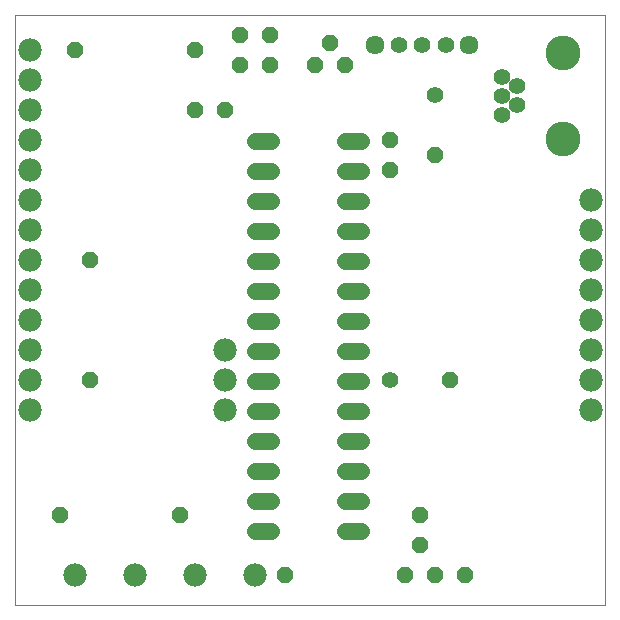
<source format=gbs>
G75*
%MOIN*%
%OFA0B0*%
%FSLAX25Y25*%
%IPPOS*%
%LPD*%
%AMOC8*
5,1,8,0,0,1.08239X$1,22.5*
%
%ADD10C,0.00000*%
%ADD11C,0.05550*%
%ADD12C,0.11620*%
%ADD13OC8,0.05600*%
%ADD14C,0.05600*%
%ADD15C,0.06337*%
%ADD16C,0.07800*%
%ADD17C,0.05600*%
D10*
X0006250Y0001800D02*
X0006250Y0198650D01*
X0203100Y0198650D01*
X0203100Y0001800D01*
X0006250Y0001800D01*
D11*
X0168809Y0165265D03*
X0173533Y0168414D03*
X0168809Y0171564D03*
X0173533Y0174713D03*
X0168809Y0177863D03*
X0149911Y0188414D03*
X0142037Y0188414D03*
X0134163Y0188414D03*
D12*
X0188888Y0185934D03*
X0188888Y0157194D03*
D13*
X0146250Y0151800D03*
X0131250Y0146800D03*
X0131250Y0156800D03*
X0116250Y0181800D03*
X0111250Y0189300D03*
X0106250Y0181800D03*
X0091250Y0181800D03*
X0091250Y0191800D03*
X0081250Y0191800D03*
X0081250Y0181800D03*
X0076250Y0166800D03*
X0066250Y0166800D03*
X0066250Y0186800D03*
X0026250Y0186800D03*
X0031250Y0116800D03*
X0031250Y0076800D03*
X0021250Y0031800D03*
X0061250Y0031800D03*
X0096250Y0011800D03*
X0136250Y0011800D03*
X0146250Y0011800D03*
X0156250Y0011800D03*
X0141250Y0021800D03*
X0141250Y0031800D03*
X0151250Y0076800D03*
D14*
X0121527Y0076682D02*
X0116327Y0076682D01*
X0116327Y0086682D02*
X0121527Y0086682D01*
X0121527Y0096682D02*
X0116327Y0096682D01*
X0116327Y0106682D02*
X0121527Y0106682D01*
X0121527Y0116682D02*
X0116327Y0116682D01*
X0116327Y0126682D02*
X0121527Y0126682D01*
X0121527Y0136682D02*
X0116327Y0136682D01*
X0116327Y0146682D02*
X0121527Y0146682D01*
X0121527Y0156682D02*
X0116327Y0156682D01*
X0091527Y0156682D02*
X0086327Y0156682D01*
X0086327Y0146682D02*
X0091527Y0146682D01*
X0091527Y0136682D02*
X0086327Y0136682D01*
X0086327Y0126682D02*
X0091527Y0126682D01*
X0091527Y0116682D02*
X0086327Y0116682D01*
X0086327Y0106682D02*
X0091527Y0106682D01*
X0091527Y0096682D02*
X0086327Y0096682D01*
X0086327Y0086682D02*
X0091527Y0086682D01*
X0091527Y0076682D02*
X0086327Y0076682D01*
X0086327Y0066682D02*
X0091527Y0066682D01*
X0091527Y0056682D02*
X0086327Y0056682D01*
X0086327Y0046682D02*
X0091527Y0046682D01*
X0091527Y0036682D02*
X0086327Y0036682D01*
X0086327Y0026682D02*
X0091527Y0026682D01*
X0116327Y0026682D02*
X0121527Y0026682D01*
X0121527Y0036682D02*
X0116327Y0036682D01*
X0116327Y0046682D02*
X0121527Y0046682D01*
X0121527Y0056682D02*
X0116327Y0056682D01*
X0116327Y0066682D02*
X0121527Y0066682D01*
D15*
X0126289Y0188414D03*
X0157785Y0188414D03*
D16*
X0198250Y0136800D03*
X0198250Y0126800D03*
X0198250Y0116800D03*
X0198250Y0106800D03*
X0198250Y0096800D03*
X0198250Y0086800D03*
X0198250Y0076800D03*
X0198250Y0066800D03*
X0086250Y0011800D03*
X0066250Y0011800D03*
X0046250Y0011800D03*
X0026250Y0011800D03*
X0011250Y0066800D03*
X0011250Y0076800D03*
X0011250Y0086800D03*
X0011250Y0096800D03*
X0011250Y0106800D03*
X0011250Y0116800D03*
X0011250Y0126800D03*
X0011250Y0136800D03*
X0011250Y0146800D03*
X0011250Y0156800D03*
X0011250Y0166800D03*
X0011250Y0176800D03*
X0011250Y0186800D03*
X0076250Y0086800D03*
X0076250Y0076800D03*
X0076250Y0066800D03*
D17*
X0131250Y0076800D03*
X0146250Y0171800D03*
M02*

</source>
